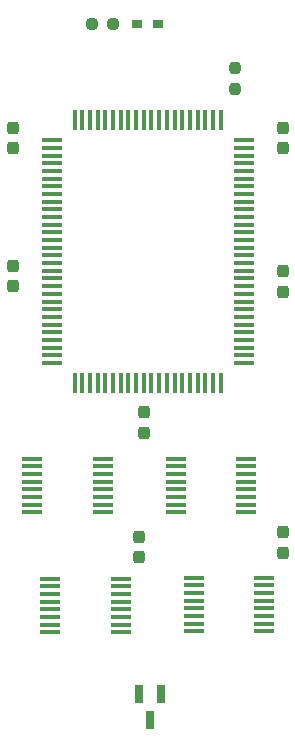
<source format=gtp>
G04 #@! TF.GenerationSoftware,KiCad,Pcbnew,9.0.6*
G04 #@! TF.CreationDate,2025-12-03T22:02:21+09:00*
G04 #@! TF.ProjectId,bionic-z380,62696f6e-6963-42d7-9a33-38302e6b6963,2*
G04 #@! TF.SameCoordinates,Original*
G04 #@! TF.FileFunction,Paste,Top*
G04 #@! TF.FilePolarity,Positive*
%FSLAX46Y46*%
G04 Gerber Fmt 4.6, Leading zero omitted, Abs format (unit mm)*
G04 Created by KiCad (PCBNEW 9.0.6) date 2025-12-03 22:02:21*
%MOMM*%
%LPD*%
G01*
G04 APERTURE LIST*
G04 Aperture macros list*
%AMRoundRect*
0 Rectangle with rounded corners*
0 $1 Rounding radius*
0 $2 $3 $4 $5 $6 $7 $8 $9 X,Y pos of 4 corners*
0 Add a 4 corners polygon primitive as box body*
4,1,4,$2,$3,$4,$5,$6,$7,$8,$9,$2,$3,0*
0 Add four circle primitives for the rounded corners*
1,1,$1+$1,$2,$3*
1,1,$1+$1,$4,$5*
1,1,$1+$1,$6,$7*
1,1,$1+$1,$8,$9*
0 Add four rect primitives between the rounded corners*
20,1,$1+$1,$2,$3,$4,$5,0*
20,1,$1+$1,$4,$5,$6,$7,0*
20,1,$1+$1,$6,$7,$8,$9,0*
20,1,$1+$1,$8,$9,$2,$3,0*%
G04 Aperture macros list end*
%ADD10R,1.778000X0.355600*%
%ADD11RoundRect,0.237500X-0.237500X0.250000X-0.237500X-0.250000X0.237500X-0.250000X0.237500X0.250000X0*%
%ADD12RoundRect,0.100000X0.775000X0.100000X-0.775000X0.100000X-0.775000X-0.100000X0.775000X-0.100000X0*%
%ADD13RoundRect,0.100000X0.100000X0.775000X-0.100000X0.775000X-0.100000X-0.775000X0.100000X-0.775000X0*%
%ADD14RoundRect,0.237500X-0.237500X0.300000X-0.237500X-0.300000X0.237500X-0.300000X0.237500X0.300000X0*%
%ADD15R,0.965200X0.762000*%
%ADD16R,0.660400X1.625600*%
%ADD17RoundRect,0.237500X0.237500X-0.300000X0.237500X0.300000X-0.237500X0.300000X-0.237500X-0.300000X0*%
%ADD18RoundRect,0.237500X0.250000X0.237500X-0.250000X0.237500X-0.250000X-0.237500X0.250000X-0.237500X0*%
G04 APERTURE END LIST*
D10*
X122005800Y-108619001D03*
X122005800Y-109269002D03*
X122005800Y-109919001D03*
X122005800Y-110569002D03*
X122005800Y-111219001D03*
X122005800Y-111868999D03*
X122005800Y-112519001D03*
X122005800Y-113168999D03*
X116062200Y-113168999D03*
X116062200Y-112518998D03*
X116062200Y-111868999D03*
X116062200Y-111218998D03*
X116062200Y-110568999D03*
X116062200Y-109919001D03*
X116062200Y-109268999D03*
X116062200Y-108619001D03*
D11*
X121091400Y-75515600D03*
X121091400Y-77340600D03*
D12*
X121825000Y-100507000D03*
X121825000Y-99857000D03*
X121825000Y-99207000D03*
X121825000Y-98557000D03*
X121825000Y-97907000D03*
X121825000Y-97257000D03*
X121825000Y-96607000D03*
X121825000Y-95957000D03*
X121825000Y-95307000D03*
X121825000Y-94657000D03*
X121825000Y-94007000D03*
X121825000Y-93357000D03*
X121825000Y-92707000D03*
X121825000Y-92057000D03*
X121825000Y-91407000D03*
X121825000Y-90757000D03*
X121825000Y-90107000D03*
X121825000Y-89457000D03*
X121825000Y-88807000D03*
X121825000Y-88157000D03*
X121825000Y-87507000D03*
X121825000Y-86857000D03*
X121825000Y-86207000D03*
X121825000Y-85557000D03*
X121825000Y-84907000D03*
X121825000Y-84257000D03*
X121825000Y-83607000D03*
X121825000Y-82957000D03*
X121825000Y-82307000D03*
X121825000Y-81657000D03*
D13*
X119875000Y-79957000D03*
X119225000Y-79957000D03*
X118575000Y-79957000D03*
X117925000Y-79957000D03*
X117275000Y-79957000D03*
X116625000Y-79957000D03*
X115975000Y-79957000D03*
X115325000Y-79957000D03*
X114675000Y-79957000D03*
X114025000Y-79957000D03*
X113375000Y-79957000D03*
X112725000Y-79957000D03*
X112075000Y-79957000D03*
X111425000Y-79957000D03*
X110775000Y-79957000D03*
X110125000Y-79957000D03*
X109475000Y-79957000D03*
X108825000Y-79957000D03*
X108175000Y-79957000D03*
X107525000Y-79957000D03*
D12*
X105575000Y-81657000D03*
X105575000Y-82307000D03*
X105575000Y-82957000D03*
X105575000Y-83607000D03*
X105575000Y-84257000D03*
X105575000Y-84907000D03*
X105575000Y-85557000D03*
X105575000Y-86207000D03*
X105575000Y-86857000D03*
X105575000Y-87507000D03*
X105575000Y-88157000D03*
X105575000Y-88807000D03*
X105575000Y-89457000D03*
X105575000Y-90107000D03*
X105575000Y-90757000D03*
X105575000Y-91407000D03*
X105575000Y-92057000D03*
X105575000Y-92707000D03*
X105575000Y-93357000D03*
X105575000Y-94007000D03*
X105575000Y-94657000D03*
X105575000Y-95307000D03*
X105575000Y-95957000D03*
X105575000Y-96607000D03*
X105575000Y-97257000D03*
X105575000Y-97907000D03*
X105575000Y-98557000D03*
X105575000Y-99207000D03*
X105575000Y-99857000D03*
X105575000Y-100507000D03*
D13*
X107525000Y-102207000D03*
X108175000Y-102207000D03*
X108825000Y-102207000D03*
X109475000Y-102207000D03*
X110125000Y-102207000D03*
X110775000Y-102207000D03*
X111425000Y-102207000D03*
X112075000Y-102207000D03*
X112725000Y-102207000D03*
X113375000Y-102207000D03*
X114025000Y-102207000D03*
X114675000Y-102207000D03*
X115325000Y-102207000D03*
X115975000Y-102207000D03*
X116625000Y-102207000D03*
X117275000Y-102207000D03*
X117925000Y-102207000D03*
X118575000Y-102207000D03*
X119225000Y-102207000D03*
X119875000Y-102207000D03*
D10*
X103946400Y-108619001D03*
X103946400Y-109268999D03*
X103946400Y-109919001D03*
X103946400Y-110568999D03*
X103946400Y-111218998D03*
X103946400Y-111868999D03*
X103946400Y-112518998D03*
X103946400Y-113168999D03*
X109890000Y-113168999D03*
X109890000Y-112519001D03*
X109890000Y-111868999D03*
X109890000Y-111219001D03*
X109890000Y-110569002D03*
X109890000Y-109919001D03*
X109890000Y-109269002D03*
X109890000Y-108619001D03*
D14*
X113395200Y-104697500D03*
X113395200Y-106422500D03*
D10*
X105470400Y-118779001D03*
X105470400Y-119428999D03*
X105470400Y-120079001D03*
X105470400Y-120728999D03*
X105470400Y-121378998D03*
X105470400Y-122028999D03*
X105470400Y-122678998D03*
X105470400Y-123328999D03*
X111414000Y-123328999D03*
X111414000Y-122679001D03*
X111414000Y-122028999D03*
X111414000Y-121379001D03*
X111414000Y-120729002D03*
X111414000Y-120079001D03*
X111414000Y-119429002D03*
X111414000Y-118779001D03*
D15*
X112823700Y-71778000D03*
X114576300Y-71778000D03*
D16*
X114838001Y-128574000D03*
X112937999Y-128574000D03*
X113888000Y-130706000D03*
D17*
X112938000Y-116976200D03*
X112938000Y-115251200D03*
X102270000Y-94003000D03*
X102270000Y-92278000D03*
X102270000Y-82306300D03*
X102270000Y-80581300D03*
X125130000Y-94472900D03*
X125130000Y-92747900D03*
X125130000Y-116582500D03*
X125130000Y-114857500D03*
D18*
X110802500Y-71778000D03*
X108977500Y-71778000D03*
D10*
X117586200Y-118678001D03*
X117586200Y-119327999D03*
X117586200Y-119978001D03*
X117586200Y-120627999D03*
X117586200Y-121277998D03*
X117586200Y-121927999D03*
X117586200Y-122577998D03*
X117586200Y-123227999D03*
X123529800Y-123227999D03*
X123529800Y-122578001D03*
X123529800Y-121927999D03*
X123529800Y-121278001D03*
X123529800Y-120628002D03*
X123529800Y-119978001D03*
X123529800Y-119328002D03*
X123529800Y-118678001D03*
D17*
X125130000Y-82306300D03*
X125130000Y-80581300D03*
M02*

</source>
